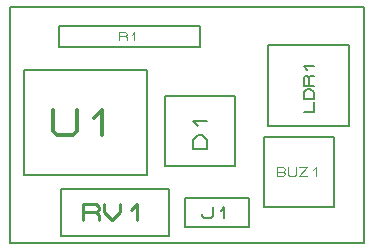
<source format=gbr>
G04 PROTEUS GERBER X2 FILE*
%TF.GenerationSoftware,Labcenter,Proteus,8.6-SP2-Build23525*%
%TF.CreationDate,2021-09-07T15:34:43+00:00*%
%TF.FileFunction,AssemblyDrawing,Top*%
%TF.FilePolarity,Positive*%
%TF.Part,Single*%
%FSLAX45Y45*%
%MOMM*%
G01*
%TA.AperFunction,Material*%
%ADD18C,0.203200*%
%ADD26C,0.345440*%
%ADD27C,0.136810*%
%ADD28C,0.227330*%
%ADD29C,0.118360*%
%ADD70C,0.152400*%
%ADD72C,0.160020*%
%ADD73C,0.197270*%
%ADD30C,0.106680*%
%TA.AperFunction,Profile*%
%ADD17C,0.203200*%
%TD.AperFunction*%
D18*
X+120840Y+575500D02*
X+1157160Y+575500D01*
X+1157160Y+1464500D01*
X+120840Y+1464500D01*
X+120840Y+575500D01*
D26*
X+362648Y+1123632D02*
X+362648Y+950912D01*
X+397192Y+916368D01*
X+535368Y+916368D01*
X+569912Y+950912D01*
X+569912Y+1123632D01*
X+708088Y+1054544D02*
X+777176Y+1123632D01*
X+777176Y+916368D01*
D18*
X+2185974Y+987474D02*
X+2870026Y+987474D01*
X+2870026Y+1671526D01*
X+2185974Y+1671526D01*
X+2185974Y+987474D01*
D27*
X+2486957Y+1110604D02*
X+2569043Y+1110604D01*
X+2569043Y+1192690D01*
X+2569043Y+1220052D02*
X+2486957Y+1220052D01*
X+2486957Y+1274776D01*
X+2514319Y+1302138D01*
X+2541681Y+1302138D01*
X+2569043Y+1274776D01*
X+2569043Y+1220052D01*
X+2569043Y+1329500D02*
X+2486957Y+1329500D01*
X+2486957Y+1397905D01*
X+2500638Y+1411586D01*
X+2514319Y+1411586D01*
X+2528000Y+1397905D01*
X+2528000Y+1329500D01*
X+2528000Y+1397905D02*
X+2541681Y+1411586D01*
X+2569043Y+1411586D01*
X+2514319Y+1466310D02*
X+2486957Y+1493672D01*
X+2569043Y+1493672D01*
D18*
X+434340Y+57340D02*
X+1343660Y+57340D01*
X+1343660Y+458660D01*
X+434340Y+458660D01*
X+434340Y+57340D01*
D28*
X+616204Y+189801D02*
X+616204Y+326199D01*
X+729869Y+326199D01*
X+752602Y+303466D01*
X+752602Y+280733D01*
X+729869Y+258000D01*
X+616204Y+258000D01*
X+729869Y+258000D02*
X+752602Y+235267D01*
X+752602Y+189801D01*
X+798068Y+326199D02*
X+798068Y+258000D01*
X+866267Y+189801D01*
X+934466Y+258000D01*
X+934466Y+326199D01*
X+1025398Y+280733D02*
X+1070864Y+326199D01*
X+1070864Y+189801D01*
D18*
X+2148840Y+307340D02*
X+2740660Y+307340D01*
X+2740660Y+899160D01*
X+2148840Y+899160D01*
X+2148840Y+307340D01*
D29*
X+2255368Y+567740D02*
X+2255368Y+638759D01*
X+2314549Y+638759D01*
X+2326386Y+626922D01*
X+2326386Y+615086D01*
X+2314549Y+603250D01*
X+2326386Y+591413D01*
X+2326386Y+579577D01*
X+2314549Y+567740D01*
X+2255368Y+567740D01*
X+2255368Y+603250D02*
X+2314549Y+603250D01*
X+2350059Y+638759D02*
X+2350059Y+579577D01*
X+2361895Y+567740D01*
X+2409240Y+567740D01*
X+2421077Y+579577D01*
X+2421077Y+638759D01*
X+2444750Y+638759D02*
X+2515768Y+638759D01*
X+2444750Y+567740D01*
X+2515768Y+567740D01*
X+2563113Y+615086D02*
X+2586786Y+638759D01*
X+2586786Y+567740D01*
D70*
X+1476680Y+383400D02*
X+1476680Y+131940D01*
X+2025320Y+131940D01*
X+2025320Y+383400D01*
X+1476680Y+383400D01*
X+1476680Y+131940D01*
X+2025320Y+131940D01*
X+2025320Y+383400D01*
X+1476680Y+383400D01*
D72*
X+1622984Y+241668D02*
X+1622984Y+225666D01*
X+1638986Y+209664D01*
X+1702994Y+209664D01*
X+1718996Y+225666D01*
X+1718996Y+305676D01*
X+1783004Y+273672D02*
X+1815008Y+305676D01*
X+1815008Y+209664D01*
D18*
X+1311840Y+652840D02*
X+1903660Y+652840D01*
X+1903660Y+1244660D01*
X+1311840Y+1244660D01*
X+1311840Y+652840D01*
D73*
X+1666932Y+790932D02*
X+1548568Y+790932D01*
X+1548568Y+869841D01*
X+1588023Y+909295D01*
X+1627477Y+909295D01*
X+1666932Y+869841D01*
X+1666932Y+790932D01*
X+1588023Y+988204D02*
X+1548568Y+1027659D01*
X+1666932Y+1027659D01*
D18*
X+411100Y+1661100D02*
X+1604900Y+1661100D01*
X+1604900Y+1838900D01*
X+411100Y+1838900D01*
X+411100Y+1661100D01*
D30*
X+922656Y+1717996D02*
X+922656Y+1782004D01*
X+975996Y+1782004D01*
X+986664Y+1771336D01*
X+986664Y+1760668D01*
X+975996Y+1750000D01*
X+922656Y+1750000D01*
X+975996Y+1750000D02*
X+986664Y+1739332D01*
X+986664Y+1717996D01*
X+1029336Y+1760668D02*
X+1050672Y+1782004D01*
X+1050672Y+1717996D01*
D17*
X+0Y+0D02*
X+3000000Y+0D01*
X+3000000Y+2000000D01*
X+0Y+2000000D01*
X+0Y+0D01*
M02*

</source>
